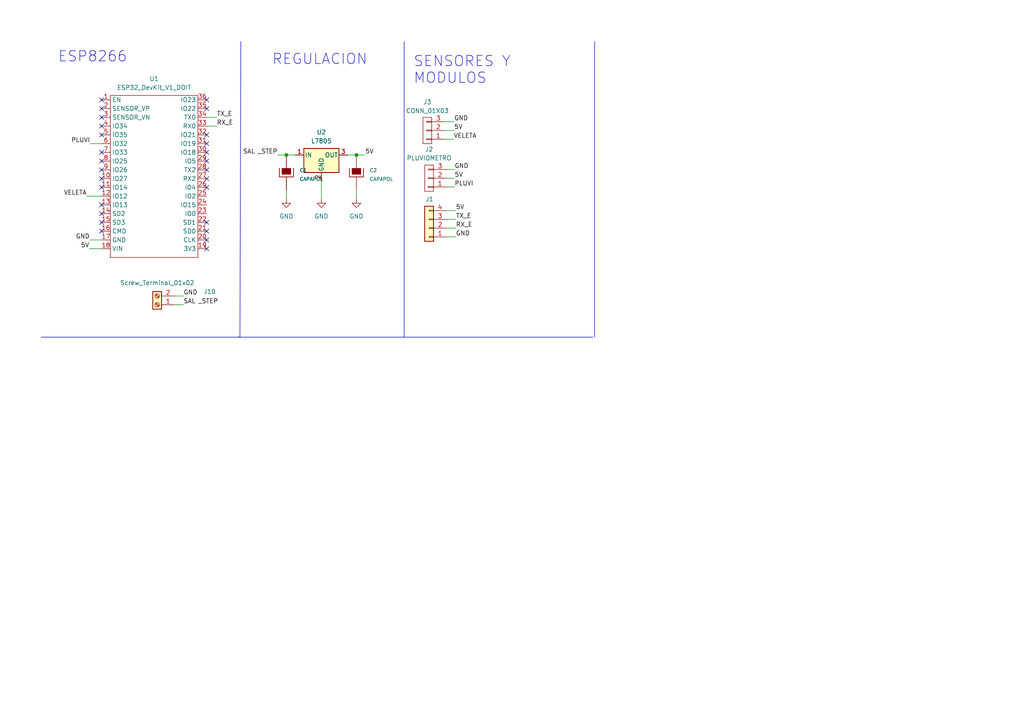
<source format=kicad_sch>
(kicad_sch (version 20230121) (generator eeschema)
  (paper "A4")
  (lib_symbols
    (symbol "Connector:Screw_Terminal_01x02" (pin_names (offset 1.016) hide)
      (property "Reference" "J" (at 0 2.54 0))
      (property "Value" "Screw_Terminal_01x02" (at 0 -5.08 0))
      (symbol "Screw_Terminal_01x02_1_1"
        (rectangle (start -1.27 1.27) (end 1.27 -3.81) (stroke (width 0.254)) (fill (type background)))
        (circle (center 0 -2.54) (radius 0.635) (stroke (width 0.1524)))
        (polyline (pts (xy -0.5334 -2.2098) (xy 0.3302 -3.048)) (stroke (width 0.1524)))
        (polyline (pts (xy -0.5334 0.3302) (xy 0.3302 -0.508)) (stroke (width 0.1524)))
        (polyline (pts (xy -0.3556 -2.032) (xy 0.508 -2.8702)) (stroke (width 0.1524)))
        (polyline (pts (xy -0.3556 0.508) (xy 0.508 -0.3302)) (stroke (width 0.1524)))
        (circle (center 0 0) (radius 0.635) (stroke (width 0.1524)))
        (pin passive line (at -5.08 0 0) (length 3.81) (name "Pin_1") (number "1"))
        (pin passive line (at -5.08 -2.54 0) (length 3.81) (name "Pin_2") (number "2"))
      )
    )
    (symbol "Connector_Generic:Conn_01x04" (pin_names (offset 1.016) hide)
      (property "Reference" "J" (at 0 5.08 0))
      (property "Value" "Conn_01x04" (at 0 -7.62 0))
      (symbol "Conn_01x04_1_1"
        (rectangle (start -1.27 -4.953) (end 0 -5.207) (stroke (width 0.1524)))
        (rectangle (start -1.27 -2.413) (end 0 -2.667) (stroke (width 0.1524)))
        (rectangle (start -1.27 0.127) (end 0 -0.127) (stroke (width 0.1524)))
        (rectangle (start -1.27 2.667) (end 0 2.413) (stroke (width 0.1524)))
        (rectangle (start -1.27 3.81) (end 1.27 -6.35) (stroke (width 0.254)) (fill (type background)))
        (pin passive line (at -5.08 2.54 0) (length 3.81) (name "Pin_1") (number "1"))
        (pin passive line (at -5.08 0 0) (length 3.81) (name "Pin_2") (number "2"))
        (pin passive line (at -5.08 -2.54 0) (length 3.81) (name "Pin_3") (number "3"))
        (pin passive line (at -5.08 -5.08 0) (length 3.81) (name "Pin_4") (number "4"))
      )
    )
    (symbol "EESTN5:CAPAPOL" (pin_numbers hide) (pin_names (offset 0.254) hide)
      (property "Reference" "C" (at 1.27 2.54 0))
      (property "Value" "CAPAPOL" (at 1.27 -2.54 0))
      (symbol "CAPAPOL_0_1"
        (polyline (pts (xy -2.032 1.27) (xy -2.032 -1.27) (xy 2.032 -1.27) (xy 2.032 1.27)) (stroke (width 0.2032)))
        (polyline (pts (xy -1.27 1.27) (xy -1.27 -0.508) (xy 1.27 -0.508) (xy 1.27 1.27)) (fill (type outline)))
      )
      (symbol "CAPAPOL_1_1"
        (pin passive line (at 0 5.08 270) (length 3.81) (name "~") (number "1"))
        (pin passive line (at 0 -5.08 90) (length 3.81) (name "~") (number "2"))
      )
    )
    (symbol "EESTN5:CONN_01X03" (pin_names (offset 1.016) hide)
      (property "Reference" "J" (at 0 5.08 0))
      (property "Value" "CONN_01X03" (at 2.54 0 90))
      (symbol "CONN_01X03_0_1"
        (rectangle (start -1.27 -2.413) (end 0.254 -2.667))
        (rectangle (start -1.27 0.127) (end 0.254 -0.127))
        (rectangle (start -1.27 2.667) (end 0.254 2.413))
        (rectangle (start -1.27 3.81) (end 1.27 -3.81))
      )
      (symbol "CONN_01X03_1_1"
        (pin passive line (at -5.08 2.54 0) (length 3.81) (name "P1") (number "1"))
        (pin passive line (at -5.08 0 0) (length 3.81) (name "P2") (number "2"))
        (pin passive line (at -5.08 -2.54 0) (length 3.81) (name "P3") (number "3"))
      )
    )
    (symbol "EESTN5:ESP32_DevKit_V1_DOIT"
      (property "Reference" "U" (at -11.43 34.29 0))
      (property "Value" "ESP32_DevKit_V1_DOIT" (at 11.43 34.29 0))
      (symbol "ESP32_DevKit_V1_DOIT_0_0"
        (pin bidirectional line (at 15.24 25.4 180) (length 2.54) (name "TX0") (number "34"))
        (pin bidirectional line (at 15.24 27.94 180) (length 2.54) (name "IO22") (number "35"))
        (pin bidirectional line (at 15.24 30.48 180) (length 2.54) (name "IO23") (number "36"))
      )
      (symbol "ESP32_DevKit_V1_DOIT_0_1"
        (rectangle (start -12.7 31.75) (end 12.7 -15.24))
      )
      (symbol "ESP32_DevKit_V1_DOIT_1_1"
        (pin input line (at -15.24 30.48 0) (length 2.54) (name "EN") (number "1"))
        (pin bidirectional line (at -15.24 7.62 0) (length 2.54) (name "IO27") (number "10"))
        (pin bidirectional line (at -15.24 5.08 0) (length 2.54) (name "IO14") (number "11"))
        (pin bidirectional line (at -15.24 2.54 0) (length 2.54) (name "IO12") (number "12"))
        (pin bidirectional line (at -15.24 0 0) (length 2.54) (name "IO13") (number "13"))
        (pin bidirectional line (at -15.24 -2.54 0) (length 2.54) (name "SD2") (number "14"))
        (pin bidirectional line (at -15.24 -5.08 0) (length 2.54) (name "SD3") (number "15"))
        (pin bidirectional line (at -15.24 -7.62 0) (length 2.54) (name "CMD") (number "16"))
        (pin power_in line (at -15.24 -10.16 0) (length 2.54) (name "GND") (number "17"))
        (pin power_in line (at -15.24 -12.7 0) (length 2.54) (name "VIN") (number "18"))
        (pin power_in line (at 15.24 -12.7 180) (length 2.54) (name "3V3") (number "19"))
        (pin input line (at -15.24 27.94 0) (length 2.54) (name "SENSOR_VP") (number "2"))
        (pin bidirectional line (at 15.24 -10.16 180) (length 2.54) (name "CLK") (number "20"))
        (pin bidirectional line (at 15.24 -7.62 180) (length 2.54) (name "SD0") (number "21"))
        (pin bidirectional line (at 15.24 -5.08 180) (length 2.54) (name "SD1") (number "22"))
        (pin bidirectional line (at 15.24 -2.54 180) (length 2.54) (name "IO0") (number "23"))
        (pin bidirectional line (at 15.24 0 180) (length 2.54) (name "IO15") (number "24"))
        (pin bidirectional line (at 15.24 2.54 180) (length 2.54) (name "IO2") (number "25"))
        (pin bidirectional line (at 15.24 5.08 180) (length 2.54) (name "IO4") (number "26"))
        (pin bidirectional line (at 15.24 7.62 180) (length 2.54) (name "RX2") (number "27"))
        (pin bidirectional line (at 15.24 10.16 180) (length 2.54) (name "TX2") (number "28"))
        (pin bidirectional line (at 15.24 12.7 180) (length 2.54) (name "IO5") (number "29"))
        (pin input line (at -15.24 25.4 0) (length 2.54) (name "SENSOR_VN") (number "3"))
        (pin bidirectional line (at 15.24 15.24 180) (length 2.54) (name "IO18") (number "30"))
        (pin bidirectional line (at 15.24 17.78 180) (length 2.54) (name "IO19") (number "31"))
        (pin bidirectional line (at 15.24 20.32 180) (length 2.54) (name "IO21") (number "32"))
        (pin bidirectional line (at 15.24 22.86 180) (length 2.54) (name "RX0") (number "33"))
        (pin input line (at -15.24 22.86 0) (length 2.54) (name "IO34") (number "4"))
        (pin input line (at -15.24 20.32 0) (length 2.54) (name "IO35") (number "5"))
        (pin bidirectional line (at -15.24 17.78 0) (length 2.54) (name "IO32") (number "6"))
        (pin bidirectional line (at -15.24 15.24 0) (length 2.54) (name "IO33") (number "7"))
        (pin bidirectional line (at -15.24 12.7 0) (length 2.54) (name "IO25") (number "8"))
        (pin bidirectional line (at -15.24 10.16 0) (length 2.54) (name "IO26") (number "9"))
      )
    )
    (symbol "Regulator_Linear:L7805" (pin_names (offset 0.254))
      (property "Reference" "U" (at -3.81 3.175 0))
      (property "Value" "L7805" (at 0 3.175 0))
      (symbol "L7805_0_1"
        (rectangle (start -5.08 1.905) (end 5.08 -5.08) (stroke (width 0.254)) (fill (type background)))
      )
      (symbol "L7805_1_1"
        (pin power_in line (at -7.62 0 0) (length 2.54) (name "IN") (number "1"))
        (pin power_in line (at 0 -7.62 90) (length 2.54) (name "GND") (number "2"))
        (pin power_out line (at 7.62 0 180) (length 2.54) (name "OUT") (number "3"))
      )
    )
    (symbol "power:GND" (power) (pin_names (offset 0))
      (property "Value" "GND" (at 0 -3.81 0))
      (symbol "GND_0_1"
        (polyline (pts (xy 0 0) (xy 0 -1.27) (xy 1.27 -1.27) (xy 0 -2.54) (xy -1.27 -1.27) (xy 0 -1.27)))
      )
      (symbol "GND_1_1"
        (pin power_in line (at 0 0 270) (length 0) hide (name "GND") (number "1"))
      )
    )
  )
  (junction (at 103.378 44.958))
  (junction (at 83.058 44.958))
  (no_connect (at 59.944 69.596))
  (no_connect (at 59.944 28.956))
  (no_connect (at 29.464 59.436))
  (no_connect (at 59.944 67.056))
  (no_connect (at 29.464 44.196))
  (no_connect (at 29.464 67.056))
  (no_connect (at 59.944 49.276))
  (no_connect (at 59.944 44.196))
  (no_connect (at 59.944 54.356))
  (no_connect (at 59.944 51.816))
  (no_connect (at 29.464 49.276))
  (no_connect (at 59.944 31.496))
  (no_connect (at 29.464 54.356))
  (no_connect (at 29.464 28.956))
  (no_connect (at 29.464 36.576))
  (no_connect (at 29.464 61.976))
  (no_connect (at 29.464 64.516))
  (no_connect (at 59.944 72.136))
  (no_connect (at 59.944 39.116))
  (no_connect (at 29.464 51.816))
  (no_connect (at 59.944 64.516))
  (no_connect (at 29.464 34.036))
  (no_connect (at 59.944 46.736))
  (no_connect (at 29.464 31.496))
  (no_connect (at 29.464 39.116))
  (no_connect (at 59.944 41.656))
  (no_connect (at 29.464 46.736))
  (polyline (pts (xy 172.466 97.79) (xy 172.466 12.065)))
  (wire (pts (xy 129.032 37.846) (xy 131.699 37.846)))
  (wire (pts (xy 26.035 69.596) (xy 29.464 69.596)))
  (wire (pts (xy 50.673 88.392) (xy 53.213 88.392)))
  (wire (pts (xy 103.378 44.958) (xy 105.918 44.958)))
  (wire (pts (xy 103.378 55.118) (xy 103.378 57.658)))
  (wire (pts (xy 80.518 44.958) (xy 83.058 44.958)))
  (wire (pts (xy 100.838 44.958) (xy 103.378 44.958)))
  (wire (pts (xy 50.673 85.852) (xy 53.213 85.852)))
  (wire (pts (xy 129.032 40.386) (xy 131.572 40.386)))
  (wire (pts (xy 59.944 36.576) (xy 62.865 36.576)))
  (wire (pts (xy 129.54 63.627) (xy 132.207 63.627)))
  (wire (pts (xy 129.54 68.707) (xy 132.207 68.707)))
  (polyline (pts (xy 117.221 12.192) (xy 117.348 12.192)))
  (wire (pts (xy 25.908 72.136) (xy 29.464 72.136)))
  (wire (pts (xy 129.54 66.167) (xy 132.207 66.167)))
  (polyline (pts (xy 11.938 97.79) (xy 171.958 97.79)))
  (wire (pts (xy 26.162 41.656) (xy 29.464 41.656)))
  (wire (pts (xy 25.146 56.896) (xy 29.464 56.896)))
  (wire (pts (xy 129.032 35.306) (xy 131.699 35.306)))
  (wire (pts (xy 129.54 49.149) (xy 131.826 49.149)))
  (wire (pts (xy 93.218 52.578) (xy 93.218 57.658)))
  (wire (pts (xy 129.54 61.087) (xy 132.207 61.087)))
  (polyline (pts (xy 117.221 97.79) (xy 117.221 12.192)))
  (wire (pts (xy 129.54 54.229) (xy 131.826 54.229)))
  (wire (pts (xy 59.944 34.036) (xy 62.865 34.036)))
  (wire (pts (xy 129.54 51.689) (xy 131.826 51.689)))
  (polyline (pts (xy 69.85 12.065) (xy 69.596 97.79)))
  (wire (pts (xy 83.058 55.118) (xy 83.058 57.658)))
  (wire (pts (xy 83.058 44.958) (xy 85.598 44.958)))
  (polyline (pts (xy 68.834 97.79) (xy 69.596 97.79)))
  (text "ESP8266" (at 16.764 18.288 0) (effects (font (size 3 3)) (justify left bottom)))
  (text "SENSORES Y\nMODULOS\n" (at 119.888 24.511 0) (effects (font (size 3 3)) (justify left bottom)))
  (text "REGULACION\n" (at 78.867 19.05 0) (effects (font (size 3 3)) (justify left bottom)))
  (label "TX_E" (at 132.207 63.627 0))
  (label "GND" (at 53.213 85.852 0))
  (label "GND" (at 26.035 69.596 180))
  (label "RX_E" (at 62.865 36.576 0))
  (label "5V" (at 132.207 61.087 0))
  (label "RX_E" (at 132.207 66.167 0))
  (label "PLUVI" (at 26.162 41.656 180))
  (label "TX_E" (at 62.865 34.036 0))
  (label "VELETA" (at 25.146 56.896 180))
  (label "5V" (at 25.908 72.136 180))
  (label "5V" (at 131.699 37.846 0))
  (label "VELETA" (at 131.572 40.386 0))
  (label "PLUVI" (at 131.826 54.229 0))
  (label "SAL _STEP" (at 80.518 44.958 180))
  (label "SAL _STEP" (at 53.213 88.392 0))
  (label "GND" (at 132.207 68.707 0))
  (label "5V" (at 131.826 51.689 0))
  (label "GND" (at 131.699 35.306 0))
  (label "5V" (at 105.918 44.958 0))
  (label "GND" (at 131.826 49.149 0))
  (symbol (lib_id "EESTN5:ESP32_DevKit_V1_DOIT") (at 44.704 59.436 0) (unit 1)
    (property "Reference" "U1" (at 44.704 22.86 0))
    (property "Value" "ESP32_DevKit_V1_DOIT" (at 44.704 25.4 0))
    (property "Footprint" "EESTN5:ESP32_DEVKIT_V1_DOIT" (effects hide))
  )
  (symbol (lib_id "Regulator_Linear:L7805") (at 93.218 44.958 0) (unit 1)
    (property "Reference" "U2" (at 93.218 38.354 0))
    (property "Value" "L7805" (at 93.218 40.894 0))
    (property "Footprint" "Package_TO_SOT_SMD:TO-263-2" (effects hide))
    (property "Datasheet" "http://www.st.com/content/ccc/resource/technical/document/datasheet/41/4f/b3/b0/12/d4/47/88/CD00000444.pdf/files/CD00000444.pdf/jcr:content/translations/en.CD00000444.pdf" (effects hide))
  )
  (symbol (lib_id "EESTN5:CAPAPOL") (at 103.378 50.038 0) (unit 1)
    (property "Reference" "C2" (at 107.188 49.403 0) (effects (font (size 1.016 1.016)) (justify left)))
    (property "Value" "CAPAPOL" (at 107.188 51.943 0) (effects (font (size 1.016 1.016)) (justify left)))
    (property "Footprint" "EESTN5:CAP_ELEC_5x11mm" (effects hide))
  )
  (symbol (lib_id "power:GND") (at 83.058 57.658 0) (unit 1)
    (property "Reference" "#PWR01" (effects hide))
    (property "Value" "GND" (at 83.058 62.738 0))
  )
  (symbol (lib_id "power:GND") (at 103.378 57.658 0) (unit 1)
    (property "Reference" "#PWR03" (effects hide))
    (property "Value" "GND" (at 103.378 62.738 0))
  )
  (symbol (lib_id "Connector_Generic:Conn_01x04") (at 124.46 66.167 180) (unit 1)
    (property "Reference" "J1" (at 124.587 57.785 0))
    (property "Value" "Conn_01x04" (effects hide))
    (property "Footprint" "EESTN5:pin_strip_4" (effects hide))
  )
  (symbol (lib_id "power:GND") (at 93.218 57.658 0) (unit 1)
    (property "Reference" "#PWR02" (effects hide))
    (property "Value" "GND" (at 93.218 62.738 0))
  )
  (symbol (lib_id "EESTN5:CONN_01X03") (at 123.952 37.846 180) (unit 1)
    (property "Reference" "J3" (at 123.952 29.591 0))
    (property "Value" "CONN_01X03" (at 123.952 32.131 0))
    (property "Footprint" "EESTN5:Pin_Header_3" (effects hide))
  )
  (symbol (lib_id "Connector:Screw_Terminal_01x02") (at 45.593 88.392 180) (unit 1)
    (property "Reference" "J10" (at 60.833 84.582 0))
    (property "Value" "Screw_Terminal_01x02" (at 45.593 82.042 0))
    (property "Footprint" "EESTN5:BORNERA2_AZUL" (effects hide))
  )
  (symbol (lib_id "EESTN5:CONN_01X03") (at 124.46 51.689 180) (unit 1)
    (property "Reference" "J2" (at 124.46 43.307 0))
    (property "Value" "PLUVIOMETRO" (at 124.46 45.847 0))
    (property "Footprint" "EESTN5:Pin_Header_3" (effects hide))
  )
  (symbol (lib_id "EESTN5:CAPAPOL") (at 83.058 50.038 0) (unit 1)
    (property "Reference" "C1" (at 86.868 49.403 0) (effects (font (size 1.016 1.016)) (justify left)))
    (property "Value" "CAPAPOL" (at 86.868 51.943 0) (effects (font (size 1.016 1.016)) (justify left)))
    (property "Footprint" "EESTN5:CAP_ELEC_5x11mm" (effects hide))
  )
)
</source>
